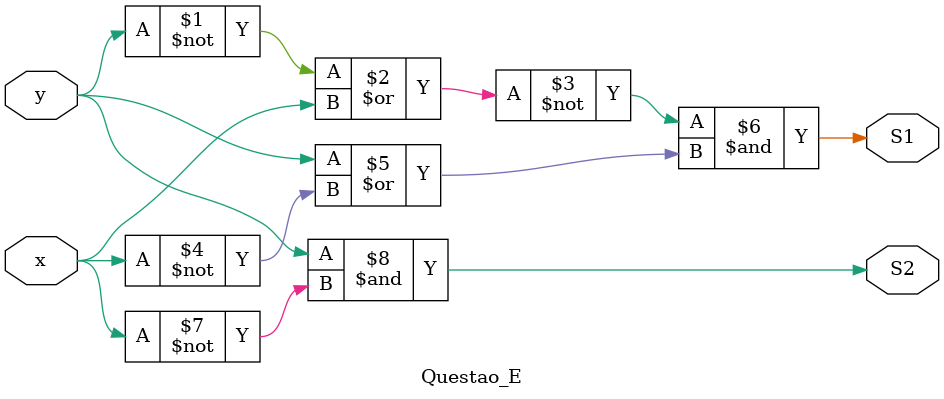
<source format=v>
/**
 * @file Guia_0402.v
 * @author 784778 - Wallace Freitas Oliveira (https://github.com/Olivwallace)
 * @brief Guia 04 Exercicio 02 - Arquitetura de Computadores I (PUC-Minas 1°/2023)
 * @date 03-03-2023
 */

 module Questao_A(output S1, S2, input x, y);
    assign S1 = ~x & ~(x | y);
    assign S2 = ~x & ~y;
 endmodule

 module Questao_B(output S1, S2, input x, y);
    assign S1 = (~x | ~y) | (~x & y);
    assign S2 = ~x | ~y;
 endmodule

 module Questao_C(output S1, S2, input x, y);
    assign S1 = ~(x & ~y) & (~x | y);
    assign S2 = ~x | y;
 endmodule

 module Questao_D(output S1, S2, input x, y);
    assign S1 = ~(~x & y) | ~(~x | y);
    assign S2 = (x | ~y);
 endmodule

 module Questao_E(output S1, S2, input x, y);
    assign S1 =  ~(~y | x) & (y | ~x);
    assign S2 = y & ~x;
 endmodule
</source>
